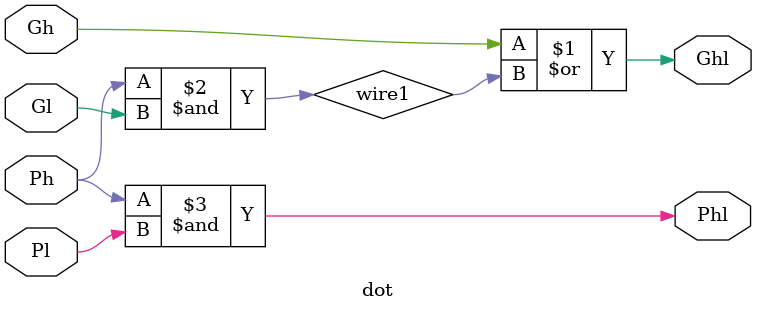
<source format=v>
module dot(Ghl,Phl,Gh,Ph,Gl,Pl);

	output Ghl,Phl;
	input Gh,Ph,Gl,Pl; 
	wire wire1; 

	or or1(Ghl,Gh,wire1);
	and and1(wire1,Ph,Gl);
	and and2(Phl,Ph,Pl);

endmodule

</source>
